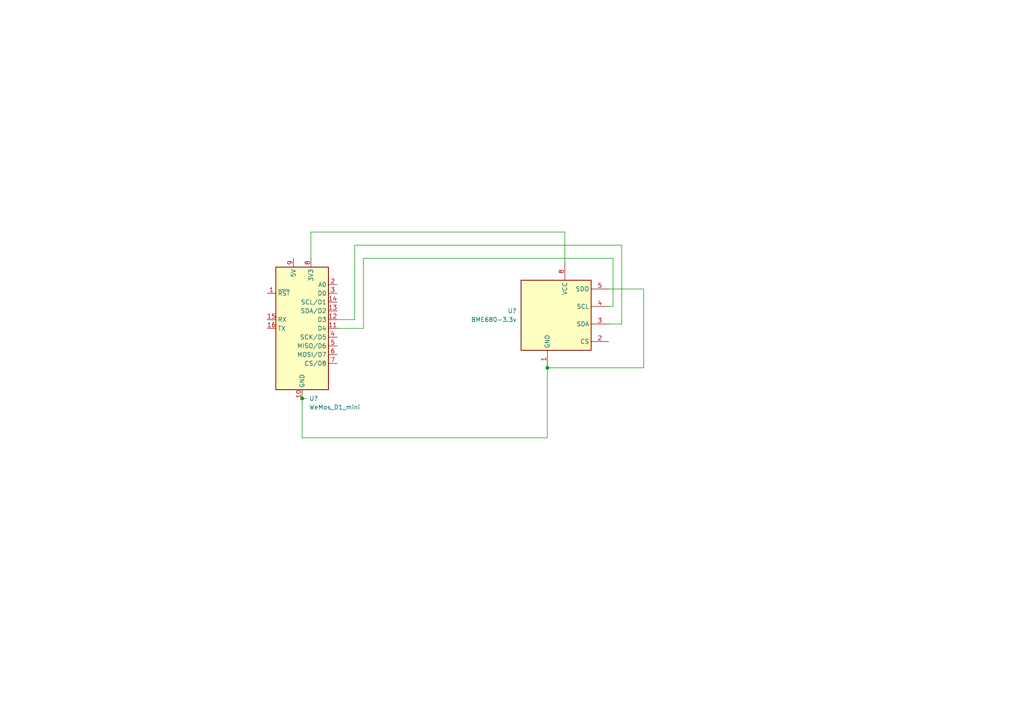
<source format=kicad_sch>
(kicad_sch (version 20211123) (generator eeschema)
  (paper "A4")
  (lib_symbols
    (symbol "MCU_Module:WeMos_D1_mini"
      (property "Reference" "U" (at 3.81 19.05 0))
      (property "Value" "WeMos_D1_mini" (at 1.27 -19.05 0))
      (symbol "WeMos_D1_mini_1_1"
        (rectangle (start -7.62 17.78) (end 7.62 -17.78) (stroke (width 0.254)) (fill (type background)))
        (pin input line (at -10.16 10.16 0) (length 2.54) (name "~{RST}") (number "1"))
        (pin power_in line (at 0 -20.32 90) (length 2.54) (name "GND") (number "10"))
        (pin bidirectional line (at 10.16 0 180) (length 2.54) (name "D4") (number "11"))
        (pin bidirectional line (at 10.16 2.54 180) (length 2.54) (name "D3") (number "12"))
        (pin bidirectional line (at 10.16 5.08 180) (length 2.54) (name "SDA/D2") (number "13"))
        (pin bidirectional line (at 10.16 7.62 180) (length 2.54) (name "SCL/D1") (number "14"))
        (pin input line (at -10.16 2.54 0) (length 2.54) (name "RX") (number "15"))
        (pin output line (at -10.16 0 0) (length 2.54) (name "TX") (number "16"))
        (pin input line (at 10.16 12.7 180) (length 2.54) (name "A0") (number "2"))
        (pin bidirectional line (at 10.16 10.16 180) (length 2.54) (name "D0") (number "3"))
        (pin bidirectional line (at 10.16 -2.54 180) (length 2.54) (name "SCK/D5") (number "4"))
        (pin bidirectional line (at 10.16 -5.08 180) (length 2.54) (name "MISO/D6") (number "5"))
        (pin bidirectional line (at 10.16 -7.62 180) (length 2.54) (name "MOSI/D7") (number "6"))
        (pin bidirectional line (at 10.16 -10.16 180) (length 2.54) (name "CS/D8") (number "7"))
        (pin power_out line (at 2.54 20.32 270) (length 2.54) (name "3V3") (number "8"))
        (pin power_in line (at -2.54 20.32 270) (length 2.54) (name "5V") (number "9"))
      )
    )
    (symbol "Sensor:BME680-3.3v"
      (property "Reference" "U" (at -8.89 11.43 0))
      (property "Value" "BME680-3.3v" (at 7.62 11.43 0))
      (symbol "BME680-3.3v_0_1"
        (rectangle (start -10.16 10.16) (end 10.16 -10.16) (stroke (width 0.254)) (fill (type background)))
      )
      (symbol "BME680-3.3v_1_1"
        (pin power_in line (at -2.54 -15.24 90) (length 5.08) (name "GND") (number "1"))
        (pin input line (at 15.24 -7.62 180) (length 5.08) (name "CS") (number "2"))
        (pin bidirectional line (at 15.24 -2.54 180) (length 5.08) (name "SDA") (number "3"))
        (pin input line (at 15.24 2.54 180) (length 5.08) (name "SCL") (number "4"))
        (pin bidirectional line (at 15.24 7.62 180) (length 5.08) (name "SDO") (number "5"))
        (pin power_in line (at 2.54 15.24 270) (length 5.08) (name "VCC") (number "8"))
      )
    )
  )
  (junction (at 87.63 115.57))
  (junction (at 158.75 106.68))
  (wire (pts (xy 176.53 83.82) (xy 186.69 83.82)))
  (wire (pts (xy 102.87 92.71) (xy 97.79 92.71)))
  (wire (pts (xy 87.63 127) (xy 87.63 115.57)))
  (wire (pts (xy 105.41 74.93) (xy 105.41 95.25)))
  (wire (pts (xy 90.17 67.31) (xy 90.17 74.93)))
  (wire (pts (xy 105.41 95.25) (xy 97.79 95.25)))
  (wire (pts (xy 102.87 71.12) (xy 102.87 92.71)))
  (wire (pts (xy 176.53 88.9) (xy 177.8 88.9)))
  (wire (pts (xy 180.34 71.12) (xy 102.87 71.12)))
  (wire (pts (xy 176.53 93.98) (xy 180.34 93.98)))
  (wire (pts (xy 177.8 74.93) (xy 105.41 74.93)))
  (wire (pts (xy 158.75 106.68) (xy 158.75 127)))
  (wire (pts (xy 180.34 93.98) (xy 180.34 71.12)))
  (wire (pts (xy 163.83 76.2) (xy 163.83 67.31)))
  (wire (pts (xy 163.83 67.31) (xy 90.17 67.31)))
  (wire (pts (xy 87.63 115.57) (xy 88.9 115.57)))
  (wire (pts (xy 186.69 83.82) (xy 186.69 106.68)))
  (wire (pts (xy 177.8 88.9) (xy 177.8 74.93)))
  (wire (pts (xy 158.75 106.68) (xy 186.69 106.68)))
  (wire (pts (xy 87.63 127) (xy 158.75 127)))
  (symbol (lib_id "Sensor:BME680-3.3v") (at 161.29 91.44 0) (unit 1)
    (property "Reference" "U?" (at 149.86 90.1699 0) (effects (justify right)))
    (property "Value" "BME680-3.3v" (at 149.86 92.7099 0) (effects (justify right)))
    (property "Footprint" "Package_LGA:Bosch_LGA-8_3x3mm_P0.8mm_ClockwisePinNumbering" (effects hide))
    (property "Datasheet" "https://ae-bst.resource.bosch.com/media/_tech/media/datasheets/BST-BME680-DS001.pdf" (effects hide))
  )
  (symbol (lib_id "MCU_Module:WeMos_D1_mini") (at 87.63 95.25 0) (unit 1)
    (property "Reference" "U?" (at 89.6494 115.57 0) (effects (justify left)))
    (property "Value" "WeMos_D1_mini" (at 89.6494 118.11 0) (effects (justify left)))
    (property "Footprint" "Module:WEMOS_D1_mini_light" (effects hide))
    (property "Datasheet" "https://wiki.wemos.cc/products:d1:d1_mini#documentation" (effects hide))
  )
)
</source>
